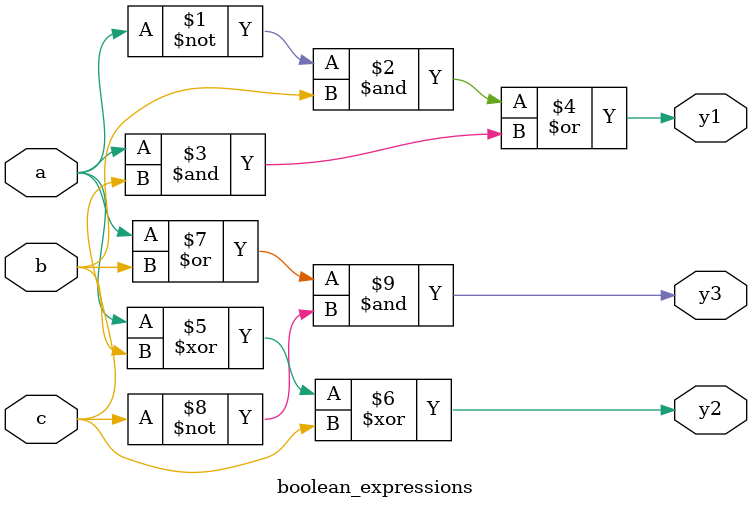
<source format=v>
module boolean_expressions(
    input  wire a,
    input  wire b,
    input  wire c,
    output wire y1,
    output wire y2,
    output wire y3
);
    assign y1 = (~a & b) | (a & c);
    assign y2 = a ^ b ^ c;
    assign y3 = (a | b) & ~c;
endmodule
</source>
